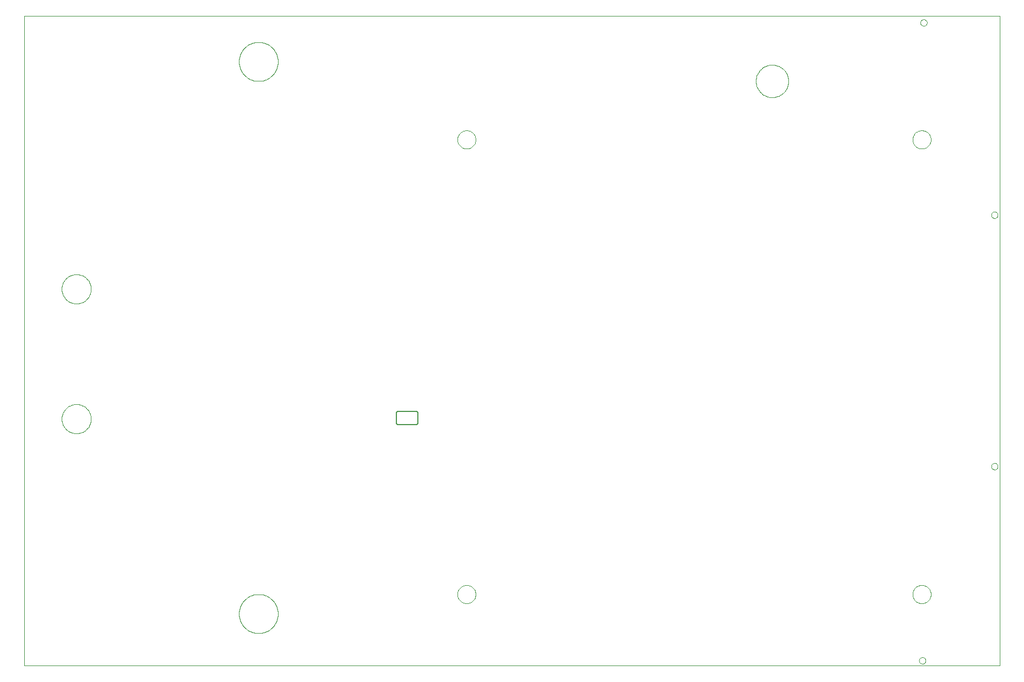
<source format=gbo>
G75*
G70*
%OFA0B0*%
%FSLAX24Y24*%
%IPPOS*%
%LPD*%
%AMOC8*
5,1,8,0,0,1.08239X$1,22.5*
%
%ADD10C,0.0000*%
%ADD11C,0.0060*%
D10*
X000382Y000190D02*
X000382Y039560D01*
X059437Y039560D01*
X059437Y000190D01*
X000382Y000190D01*
X013374Y003340D02*
X013376Y003409D01*
X013382Y003477D01*
X013392Y003545D01*
X013406Y003612D01*
X013424Y003679D01*
X013445Y003744D01*
X013471Y003808D01*
X013500Y003870D01*
X013532Y003930D01*
X013568Y003989D01*
X013608Y004045D01*
X013650Y004099D01*
X013696Y004150D01*
X013745Y004199D01*
X013796Y004245D01*
X013850Y004287D01*
X013906Y004327D01*
X013964Y004363D01*
X014025Y004395D01*
X014087Y004424D01*
X014151Y004450D01*
X014216Y004471D01*
X014283Y004489D01*
X014350Y004503D01*
X014418Y004513D01*
X014486Y004519D01*
X014555Y004521D01*
X014624Y004519D01*
X014692Y004513D01*
X014760Y004503D01*
X014827Y004489D01*
X014894Y004471D01*
X014959Y004450D01*
X015023Y004424D01*
X015085Y004395D01*
X015145Y004363D01*
X015204Y004327D01*
X015260Y004287D01*
X015314Y004245D01*
X015365Y004199D01*
X015414Y004150D01*
X015460Y004099D01*
X015502Y004045D01*
X015542Y003989D01*
X015578Y003930D01*
X015610Y003870D01*
X015639Y003808D01*
X015665Y003744D01*
X015686Y003679D01*
X015704Y003612D01*
X015718Y003545D01*
X015728Y003477D01*
X015734Y003409D01*
X015736Y003340D01*
X015734Y003271D01*
X015728Y003203D01*
X015718Y003135D01*
X015704Y003068D01*
X015686Y003001D01*
X015665Y002936D01*
X015639Y002872D01*
X015610Y002810D01*
X015578Y002749D01*
X015542Y002691D01*
X015502Y002635D01*
X015460Y002581D01*
X015414Y002530D01*
X015365Y002481D01*
X015314Y002435D01*
X015260Y002393D01*
X015204Y002353D01*
X015146Y002317D01*
X015085Y002285D01*
X015023Y002256D01*
X014959Y002230D01*
X014894Y002209D01*
X014827Y002191D01*
X014760Y002177D01*
X014692Y002167D01*
X014624Y002161D01*
X014555Y002159D01*
X014486Y002161D01*
X014418Y002167D01*
X014350Y002177D01*
X014283Y002191D01*
X014216Y002209D01*
X014151Y002230D01*
X014087Y002256D01*
X014025Y002285D01*
X013964Y002317D01*
X013906Y002353D01*
X013850Y002393D01*
X013796Y002435D01*
X013745Y002481D01*
X013696Y002530D01*
X013650Y002581D01*
X013608Y002635D01*
X013568Y002691D01*
X013532Y002749D01*
X013500Y002810D01*
X013471Y002872D01*
X013445Y002936D01*
X013424Y003001D01*
X013406Y003068D01*
X013392Y003135D01*
X013382Y003203D01*
X013376Y003271D01*
X013374Y003340D01*
X026603Y004521D02*
X026605Y004568D01*
X026611Y004614D01*
X026621Y004660D01*
X026634Y004705D01*
X026652Y004748D01*
X026673Y004790D01*
X026697Y004830D01*
X026725Y004867D01*
X026756Y004902D01*
X026790Y004935D01*
X026826Y004964D01*
X026865Y004990D01*
X026906Y005013D01*
X026949Y005032D01*
X026993Y005048D01*
X027038Y005060D01*
X027084Y005068D01*
X027131Y005072D01*
X027177Y005072D01*
X027224Y005068D01*
X027270Y005060D01*
X027315Y005048D01*
X027359Y005032D01*
X027402Y005013D01*
X027443Y004990D01*
X027482Y004964D01*
X027518Y004935D01*
X027552Y004902D01*
X027583Y004867D01*
X027611Y004830D01*
X027635Y004790D01*
X027656Y004748D01*
X027674Y004705D01*
X027687Y004660D01*
X027697Y004614D01*
X027703Y004568D01*
X027705Y004521D01*
X027703Y004474D01*
X027697Y004428D01*
X027687Y004382D01*
X027674Y004337D01*
X027656Y004294D01*
X027635Y004252D01*
X027611Y004212D01*
X027583Y004175D01*
X027552Y004140D01*
X027518Y004107D01*
X027482Y004078D01*
X027443Y004052D01*
X027402Y004029D01*
X027359Y004010D01*
X027315Y003994D01*
X027270Y003982D01*
X027224Y003974D01*
X027177Y003970D01*
X027131Y003970D01*
X027084Y003974D01*
X027038Y003982D01*
X026993Y003994D01*
X026949Y004010D01*
X026906Y004029D01*
X026865Y004052D01*
X026826Y004078D01*
X026790Y004107D01*
X026756Y004140D01*
X026725Y004175D01*
X026697Y004212D01*
X026673Y004252D01*
X026652Y004294D01*
X026634Y004337D01*
X026621Y004382D01*
X026611Y004428D01*
X026605Y004474D01*
X026603Y004521D01*
X002645Y015151D02*
X002647Y015210D01*
X002653Y015269D01*
X002663Y015327D01*
X002676Y015385D01*
X002694Y015442D01*
X002715Y015497D01*
X002740Y015551D01*
X002769Y015603D01*
X002801Y015652D01*
X002836Y015700D01*
X002874Y015745D01*
X002915Y015788D01*
X002959Y015828D01*
X003005Y015864D01*
X003054Y015898D01*
X003105Y015928D01*
X003158Y015955D01*
X003213Y015978D01*
X003268Y015997D01*
X003326Y016013D01*
X003384Y016025D01*
X003442Y016033D01*
X003501Y016037D01*
X003561Y016037D01*
X003620Y016033D01*
X003678Y016025D01*
X003736Y016013D01*
X003794Y015997D01*
X003849Y015978D01*
X003904Y015955D01*
X003957Y015928D01*
X004008Y015898D01*
X004057Y015864D01*
X004103Y015828D01*
X004147Y015788D01*
X004188Y015745D01*
X004226Y015700D01*
X004261Y015652D01*
X004293Y015603D01*
X004322Y015551D01*
X004347Y015497D01*
X004368Y015442D01*
X004386Y015385D01*
X004399Y015327D01*
X004409Y015269D01*
X004415Y015210D01*
X004417Y015151D01*
X004415Y015092D01*
X004409Y015033D01*
X004399Y014975D01*
X004386Y014917D01*
X004368Y014860D01*
X004347Y014805D01*
X004322Y014751D01*
X004293Y014699D01*
X004261Y014650D01*
X004226Y014602D01*
X004188Y014557D01*
X004147Y014514D01*
X004103Y014474D01*
X004057Y014438D01*
X004008Y014404D01*
X003957Y014374D01*
X003904Y014347D01*
X003849Y014324D01*
X003794Y014305D01*
X003736Y014289D01*
X003678Y014277D01*
X003620Y014269D01*
X003561Y014265D01*
X003501Y014265D01*
X003442Y014269D01*
X003384Y014277D01*
X003326Y014289D01*
X003268Y014305D01*
X003213Y014324D01*
X003158Y014347D01*
X003105Y014374D01*
X003054Y014404D01*
X003005Y014438D01*
X002959Y014474D01*
X002915Y014514D01*
X002874Y014557D01*
X002836Y014602D01*
X002801Y014650D01*
X002769Y014699D01*
X002740Y014751D01*
X002715Y014805D01*
X002694Y014860D01*
X002676Y014917D01*
X002663Y014975D01*
X002653Y015033D01*
X002647Y015092D01*
X002645Y015151D01*
X002645Y023025D02*
X002647Y023084D01*
X002653Y023143D01*
X002663Y023201D01*
X002676Y023259D01*
X002694Y023316D01*
X002715Y023371D01*
X002740Y023425D01*
X002769Y023477D01*
X002801Y023526D01*
X002836Y023574D01*
X002874Y023619D01*
X002915Y023662D01*
X002959Y023702D01*
X003005Y023738D01*
X003054Y023772D01*
X003105Y023802D01*
X003158Y023829D01*
X003213Y023852D01*
X003268Y023871D01*
X003326Y023887D01*
X003384Y023899D01*
X003442Y023907D01*
X003501Y023911D01*
X003561Y023911D01*
X003620Y023907D01*
X003678Y023899D01*
X003736Y023887D01*
X003794Y023871D01*
X003849Y023852D01*
X003904Y023829D01*
X003957Y023802D01*
X004008Y023772D01*
X004057Y023738D01*
X004103Y023702D01*
X004147Y023662D01*
X004188Y023619D01*
X004226Y023574D01*
X004261Y023526D01*
X004293Y023477D01*
X004322Y023425D01*
X004347Y023371D01*
X004368Y023316D01*
X004386Y023259D01*
X004399Y023201D01*
X004409Y023143D01*
X004415Y023084D01*
X004417Y023025D01*
X004415Y022966D01*
X004409Y022907D01*
X004399Y022849D01*
X004386Y022791D01*
X004368Y022734D01*
X004347Y022679D01*
X004322Y022625D01*
X004293Y022573D01*
X004261Y022524D01*
X004226Y022476D01*
X004188Y022431D01*
X004147Y022388D01*
X004103Y022348D01*
X004057Y022312D01*
X004008Y022278D01*
X003957Y022248D01*
X003904Y022221D01*
X003849Y022198D01*
X003794Y022179D01*
X003736Y022163D01*
X003678Y022151D01*
X003620Y022143D01*
X003561Y022139D01*
X003501Y022139D01*
X003442Y022143D01*
X003384Y022151D01*
X003326Y022163D01*
X003268Y022179D01*
X003213Y022198D01*
X003158Y022221D01*
X003105Y022248D01*
X003054Y022278D01*
X003005Y022312D01*
X002959Y022348D01*
X002915Y022388D01*
X002874Y022431D01*
X002836Y022476D01*
X002801Y022524D01*
X002769Y022573D01*
X002740Y022625D01*
X002715Y022679D01*
X002694Y022734D01*
X002676Y022791D01*
X002663Y022849D01*
X002653Y022907D01*
X002647Y022966D01*
X002645Y023025D01*
X013374Y036804D02*
X013376Y036873D01*
X013382Y036941D01*
X013392Y037009D01*
X013406Y037076D01*
X013424Y037143D01*
X013445Y037208D01*
X013471Y037272D01*
X013500Y037334D01*
X013532Y037394D01*
X013568Y037453D01*
X013608Y037509D01*
X013650Y037563D01*
X013696Y037614D01*
X013745Y037663D01*
X013796Y037709D01*
X013850Y037751D01*
X013906Y037791D01*
X013964Y037827D01*
X014025Y037859D01*
X014087Y037888D01*
X014151Y037914D01*
X014216Y037935D01*
X014283Y037953D01*
X014350Y037967D01*
X014418Y037977D01*
X014486Y037983D01*
X014555Y037985D01*
X014624Y037983D01*
X014692Y037977D01*
X014760Y037967D01*
X014827Y037953D01*
X014894Y037935D01*
X014959Y037914D01*
X015023Y037888D01*
X015085Y037859D01*
X015145Y037827D01*
X015204Y037791D01*
X015260Y037751D01*
X015314Y037709D01*
X015365Y037663D01*
X015414Y037614D01*
X015460Y037563D01*
X015502Y037509D01*
X015542Y037453D01*
X015578Y037394D01*
X015610Y037334D01*
X015639Y037272D01*
X015665Y037208D01*
X015686Y037143D01*
X015704Y037076D01*
X015718Y037009D01*
X015728Y036941D01*
X015734Y036873D01*
X015736Y036804D01*
X015734Y036735D01*
X015728Y036667D01*
X015718Y036599D01*
X015704Y036532D01*
X015686Y036465D01*
X015665Y036400D01*
X015639Y036336D01*
X015610Y036274D01*
X015578Y036213D01*
X015542Y036155D01*
X015502Y036099D01*
X015460Y036045D01*
X015414Y035994D01*
X015365Y035945D01*
X015314Y035899D01*
X015260Y035857D01*
X015204Y035817D01*
X015146Y035781D01*
X015085Y035749D01*
X015023Y035720D01*
X014959Y035694D01*
X014894Y035673D01*
X014827Y035655D01*
X014760Y035641D01*
X014692Y035631D01*
X014624Y035625D01*
X014555Y035623D01*
X014486Y035625D01*
X014418Y035631D01*
X014350Y035641D01*
X014283Y035655D01*
X014216Y035673D01*
X014151Y035694D01*
X014087Y035720D01*
X014025Y035749D01*
X013964Y035781D01*
X013906Y035817D01*
X013850Y035857D01*
X013796Y035899D01*
X013745Y035945D01*
X013696Y035994D01*
X013650Y036045D01*
X013608Y036099D01*
X013568Y036155D01*
X013532Y036213D01*
X013500Y036274D01*
X013471Y036336D01*
X013445Y036400D01*
X013424Y036465D01*
X013406Y036532D01*
X013392Y036599D01*
X013382Y036667D01*
X013376Y036735D01*
X013374Y036804D01*
X026603Y032080D02*
X026605Y032127D01*
X026611Y032173D01*
X026621Y032219D01*
X026634Y032264D01*
X026652Y032307D01*
X026673Y032349D01*
X026697Y032389D01*
X026725Y032426D01*
X026756Y032461D01*
X026790Y032494D01*
X026826Y032523D01*
X026865Y032549D01*
X026906Y032572D01*
X026949Y032591D01*
X026993Y032607D01*
X027038Y032619D01*
X027084Y032627D01*
X027131Y032631D01*
X027177Y032631D01*
X027224Y032627D01*
X027270Y032619D01*
X027315Y032607D01*
X027359Y032591D01*
X027402Y032572D01*
X027443Y032549D01*
X027482Y032523D01*
X027518Y032494D01*
X027552Y032461D01*
X027583Y032426D01*
X027611Y032389D01*
X027635Y032349D01*
X027656Y032307D01*
X027674Y032264D01*
X027687Y032219D01*
X027697Y032173D01*
X027703Y032127D01*
X027705Y032080D01*
X027703Y032033D01*
X027697Y031987D01*
X027687Y031941D01*
X027674Y031896D01*
X027656Y031853D01*
X027635Y031811D01*
X027611Y031771D01*
X027583Y031734D01*
X027552Y031699D01*
X027518Y031666D01*
X027482Y031637D01*
X027443Y031611D01*
X027402Y031588D01*
X027359Y031569D01*
X027315Y031553D01*
X027270Y031541D01*
X027224Y031533D01*
X027177Y031529D01*
X027131Y031529D01*
X027084Y031533D01*
X027038Y031541D01*
X026993Y031553D01*
X026949Y031569D01*
X026906Y031588D01*
X026865Y031611D01*
X026826Y031637D01*
X026790Y031666D01*
X026756Y031699D01*
X026725Y031734D01*
X026697Y031771D01*
X026673Y031811D01*
X026652Y031853D01*
X026634Y031896D01*
X026621Y031941D01*
X026611Y031987D01*
X026605Y032033D01*
X026603Y032080D01*
X044673Y035623D02*
X044675Y035685D01*
X044681Y035748D01*
X044691Y035809D01*
X044705Y035870D01*
X044722Y035930D01*
X044743Y035989D01*
X044769Y036046D01*
X044797Y036101D01*
X044829Y036155D01*
X044865Y036206D01*
X044903Y036256D01*
X044945Y036302D01*
X044989Y036346D01*
X045037Y036387D01*
X045086Y036425D01*
X045138Y036459D01*
X045192Y036490D01*
X045248Y036518D01*
X045306Y036542D01*
X045365Y036563D01*
X045425Y036579D01*
X045486Y036592D01*
X045548Y036601D01*
X045610Y036606D01*
X045673Y036607D01*
X045735Y036604D01*
X045797Y036597D01*
X045859Y036586D01*
X045919Y036571D01*
X045979Y036553D01*
X046037Y036531D01*
X046094Y036505D01*
X046149Y036475D01*
X046202Y036442D01*
X046253Y036406D01*
X046301Y036367D01*
X046347Y036324D01*
X046390Y036279D01*
X046430Y036231D01*
X046467Y036181D01*
X046501Y036128D01*
X046532Y036074D01*
X046558Y036018D01*
X046582Y035960D01*
X046601Y035900D01*
X046617Y035840D01*
X046629Y035778D01*
X046637Y035717D01*
X046641Y035654D01*
X046641Y035592D01*
X046637Y035529D01*
X046629Y035468D01*
X046617Y035406D01*
X046601Y035346D01*
X046582Y035286D01*
X046558Y035228D01*
X046532Y035172D01*
X046501Y035118D01*
X046467Y035065D01*
X046430Y035015D01*
X046390Y034967D01*
X046347Y034922D01*
X046301Y034879D01*
X046253Y034840D01*
X046202Y034804D01*
X046149Y034771D01*
X046094Y034741D01*
X046037Y034715D01*
X045979Y034693D01*
X045919Y034675D01*
X045859Y034660D01*
X045797Y034649D01*
X045735Y034642D01*
X045673Y034639D01*
X045610Y034640D01*
X045548Y034645D01*
X045486Y034654D01*
X045425Y034667D01*
X045365Y034683D01*
X045306Y034704D01*
X045248Y034728D01*
X045192Y034756D01*
X045138Y034787D01*
X045086Y034821D01*
X045037Y034859D01*
X044989Y034900D01*
X044945Y034944D01*
X044903Y034990D01*
X044865Y035040D01*
X044829Y035091D01*
X044797Y035145D01*
X044769Y035200D01*
X044743Y035257D01*
X044722Y035316D01*
X044705Y035376D01*
X044691Y035437D01*
X044681Y035498D01*
X044675Y035561D01*
X044673Y035623D01*
X054162Y032080D02*
X054164Y032127D01*
X054170Y032173D01*
X054180Y032219D01*
X054193Y032264D01*
X054211Y032307D01*
X054232Y032349D01*
X054256Y032389D01*
X054284Y032426D01*
X054315Y032461D01*
X054349Y032494D01*
X054385Y032523D01*
X054424Y032549D01*
X054465Y032572D01*
X054508Y032591D01*
X054552Y032607D01*
X054597Y032619D01*
X054643Y032627D01*
X054690Y032631D01*
X054736Y032631D01*
X054783Y032627D01*
X054829Y032619D01*
X054874Y032607D01*
X054918Y032591D01*
X054961Y032572D01*
X055002Y032549D01*
X055041Y032523D01*
X055077Y032494D01*
X055111Y032461D01*
X055142Y032426D01*
X055170Y032389D01*
X055194Y032349D01*
X055215Y032307D01*
X055233Y032264D01*
X055246Y032219D01*
X055256Y032173D01*
X055262Y032127D01*
X055264Y032080D01*
X055262Y032033D01*
X055256Y031987D01*
X055246Y031941D01*
X055233Y031896D01*
X055215Y031853D01*
X055194Y031811D01*
X055170Y031771D01*
X055142Y031734D01*
X055111Y031699D01*
X055077Y031666D01*
X055041Y031637D01*
X055002Y031611D01*
X054961Y031588D01*
X054918Y031569D01*
X054874Y031553D01*
X054829Y031541D01*
X054783Y031533D01*
X054736Y031529D01*
X054690Y031529D01*
X054643Y031533D01*
X054597Y031541D01*
X054552Y031553D01*
X054508Y031569D01*
X054465Y031588D01*
X054424Y031611D01*
X054385Y031637D01*
X054349Y031666D01*
X054315Y031699D01*
X054284Y031734D01*
X054256Y031771D01*
X054232Y031811D01*
X054211Y031853D01*
X054193Y031896D01*
X054180Y031941D01*
X054170Y031987D01*
X054164Y032033D01*
X054162Y032080D01*
X058925Y027513D02*
X058927Y027540D01*
X058933Y027567D01*
X058942Y027593D01*
X058955Y027617D01*
X058971Y027640D01*
X058990Y027659D01*
X059012Y027676D01*
X059036Y027690D01*
X059061Y027700D01*
X059088Y027707D01*
X059115Y027710D01*
X059143Y027709D01*
X059170Y027704D01*
X059196Y027696D01*
X059220Y027684D01*
X059243Y027668D01*
X059264Y027650D01*
X059281Y027629D01*
X059296Y027605D01*
X059307Y027580D01*
X059315Y027554D01*
X059319Y027527D01*
X059319Y027499D01*
X059315Y027472D01*
X059307Y027446D01*
X059296Y027421D01*
X059281Y027397D01*
X059264Y027376D01*
X059243Y027358D01*
X059221Y027342D01*
X059196Y027330D01*
X059170Y027322D01*
X059143Y027317D01*
X059115Y027316D01*
X059088Y027319D01*
X059061Y027326D01*
X059036Y027336D01*
X059012Y027350D01*
X058990Y027367D01*
X058971Y027386D01*
X058955Y027409D01*
X058942Y027433D01*
X058933Y027459D01*
X058927Y027486D01*
X058925Y027513D01*
X054634Y039166D02*
X054636Y039193D01*
X054642Y039220D01*
X054651Y039246D01*
X054664Y039270D01*
X054680Y039293D01*
X054699Y039312D01*
X054721Y039329D01*
X054745Y039343D01*
X054770Y039353D01*
X054797Y039360D01*
X054824Y039363D01*
X054852Y039362D01*
X054879Y039357D01*
X054905Y039349D01*
X054929Y039337D01*
X054952Y039321D01*
X054973Y039303D01*
X054990Y039282D01*
X055005Y039258D01*
X055016Y039233D01*
X055024Y039207D01*
X055028Y039180D01*
X055028Y039152D01*
X055024Y039125D01*
X055016Y039099D01*
X055005Y039074D01*
X054990Y039050D01*
X054973Y039029D01*
X054952Y039011D01*
X054930Y038995D01*
X054905Y038983D01*
X054879Y038975D01*
X054852Y038970D01*
X054824Y038969D01*
X054797Y038972D01*
X054770Y038979D01*
X054745Y038989D01*
X054721Y039003D01*
X054699Y039020D01*
X054680Y039039D01*
X054664Y039062D01*
X054651Y039086D01*
X054642Y039112D01*
X054636Y039139D01*
X054634Y039166D01*
X058925Y012277D02*
X058927Y012304D01*
X058933Y012331D01*
X058942Y012357D01*
X058955Y012381D01*
X058971Y012404D01*
X058990Y012423D01*
X059012Y012440D01*
X059036Y012454D01*
X059061Y012464D01*
X059088Y012471D01*
X059115Y012474D01*
X059143Y012473D01*
X059170Y012468D01*
X059196Y012460D01*
X059220Y012448D01*
X059243Y012432D01*
X059264Y012414D01*
X059281Y012393D01*
X059296Y012369D01*
X059307Y012344D01*
X059315Y012318D01*
X059319Y012291D01*
X059319Y012263D01*
X059315Y012236D01*
X059307Y012210D01*
X059296Y012185D01*
X059281Y012161D01*
X059264Y012140D01*
X059243Y012122D01*
X059221Y012106D01*
X059196Y012094D01*
X059170Y012086D01*
X059143Y012081D01*
X059115Y012080D01*
X059088Y012083D01*
X059061Y012090D01*
X059036Y012100D01*
X059012Y012114D01*
X058990Y012131D01*
X058971Y012150D01*
X058955Y012173D01*
X058942Y012197D01*
X058933Y012223D01*
X058927Y012250D01*
X058925Y012277D01*
X054162Y004521D02*
X054164Y004568D01*
X054170Y004614D01*
X054180Y004660D01*
X054193Y004705D01*
X054211Y004748D01*
X054232Y004790D01*
X054256Y004830D01*
X054284Y004867D01*
X054315Y004902D01*
X054349Y004935D01*
X054385Y004964D01*
X054424Y004990D01*
X054465Y005013D01*
X054508Y005032D01*
X054552Y005048D01*
X054597Y005060D01*
X054643Y005068D01*
X054690Y005072D01*
X054736Y005072D01*
X054783Y005068D01*
X054829Y005060D01*
X054874Y005048D01*
X054918Y005032D01*
X054961Y005013D01*
X055002Y004990D01*
X055041Y004964D01*
X055077Y004935D01*
X055111Y004902D01*
X055142Y004867D01*
X055170Y004830D01*
X055194Y004790D01*
X055215Y004748D01*
X055233Y004705D01*
X055246Y004660D01*
X055256Y004614D01*
X055262Y004568D01*
X055264Y004521D01*
X055262Y004474D01*
X055256Y004428D01*
X055246Y004382D01*
X055233Y004337D01*
X055215Y004294D01*
X055194Y004252D01*
X055170Y004212D01*
X055142Y004175D01*
X055111Y004140D01*
X055077Y004107D01*
X055041Y004078D01*
X055002Y004052D01*
X054961Y004029D01*
X054918Y004010D01*
X054874Y003994D01*
X054829Y003982D01*
X054783Y003974D01*
X054736Y003970D01*
X054690Y003970D01*
X054643Y003974D01*
X054597Y003982D01*
X054552Y003994D01*
X054508Y004010D01*
X054465Y004029D01*
X054424Y004052D01*
X054385Y004078D01*
X054349Y004107D01*
X054315Y004140D01*
X054284Y004175D01*
X054256Y004212D01*
X054232Y004252D01*
X054211Y004294D01*
X054193Y004337D01*
X054180Y004382D01*
X054170Y004428D01*
X054164Y004474D01*
X054162Y004521D01*
X054555Y000505D02*
X054557Y000532D01*
X054563Y000559D01*
X054572Y000585D01*
X054585Y000609D01*
X054601Y000632D01*
X054620Y000651D01*
X054642Y000668D01*
X054666Y000682D01*
X054691Y000692D01*
X054718Y000699D01*
X054745Y000702D01*
X054773Y000701D01*
X054800Y000696D01*
X054826Y000688D01*
X054850Y000676D01*
X054873Y000660D01*
X054894Y000642D01*
X054911Y000621D01*
X054926Y000597D01*
X054937Y000572D01*
X054945Y000546D01*
X054949Y000519D01*
X054949Y000491D01*
X054945Y000464D01*
X054937Y000438D01*
X054926Y000413D01*
X054911Y000389D01*
X054894Y000368D01*
X054873Y000350D01*
X054851Y000334D01*
X054826Y000322D01*
X054800Y000314D01*
X054773Y000309D01*
X054745Y000308D01*
X054718Y000311D01*
X054691Y000318D01*
X054666Y000328D01*
X054642Y000342D01*
X054620Y000359D01*
X054601Y000378D01*
X054585Y000401D01*
X054572Y000425D01*
X054563Y000451D01*
X054557Y000478D01*
X054555Y000505D01*
D11*
X024209Y014913D02*
X024209Y015513D01*
X024207Y015530D01*
X024203Y015547D01*
X024196Y015563D01*
X024186Y015577D01*
X024173Y015590D01*
X024159Y015600D01*
X024143Y015607D01*
X024126Y015611D01*
X024109Y015613D01*
X023009Y015613D01*
X022992Y015611D01*
X022975Y015607D01*
X022959Y015600D01*
X022945Y015590D01*
X022932Y015577D01*
X022922Y015563D01*
X022915Y015547D01*
X022911Y015530D01*
X022909Y015513D01*
X022909Y014913D01*
X022911Y014896D01*
X022915Y014879D01*
X022922Y014863D01*
X022932Y014849D01*
X022945Y014836D01*
X022959Y014826D01*
X022975Y014819D01*
X022992Y014815D01*
X023009Y014813D01*
X024109Y014813D01*
X024126Y014815D01*
X024143Y014819D01*
X024159Y014826D01*
X024173Y014836D01*
X024186Y014849D01*
X024196Y014863D01*
X024203Y014879D01*
X024207Y014896D01*
X024209Y014913D01*
M02*

</source>
